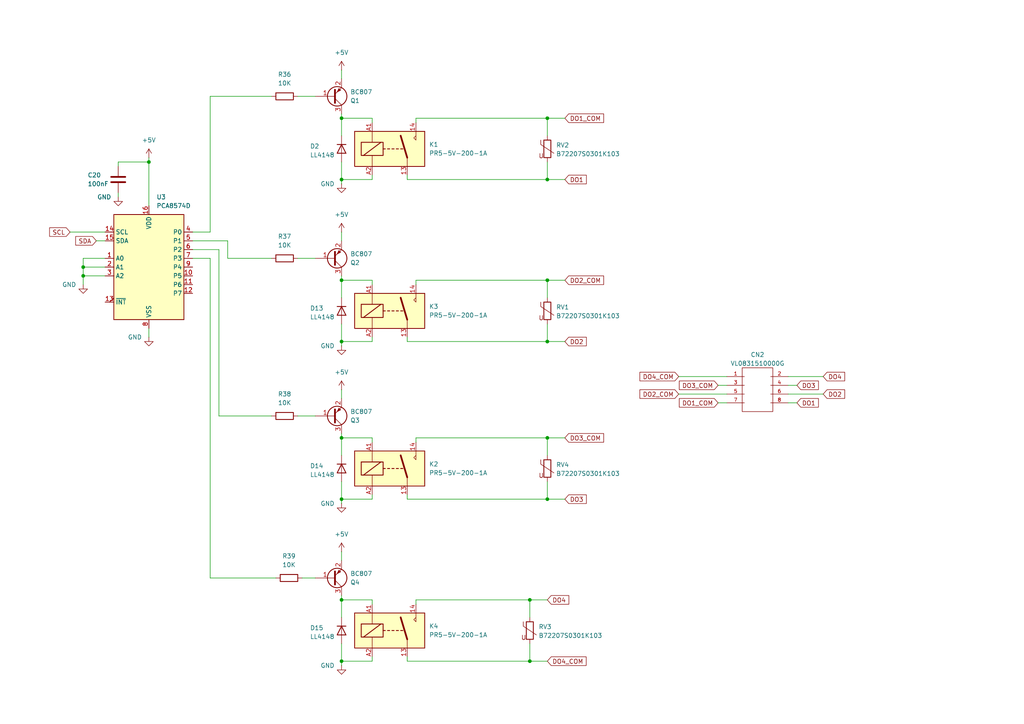
<source format=kicad_sch>
(kicad_sch (version 20231120) (generator "eeschema") (generator_version "8.0")
  (paper "A4")
  (title_block (title "Digital outputs"))
  (lib_symbols
    (symbol "DMUtils:VL0831510000G"
      (property "Reference" "U" (at 0 0 0))
      (property "Value" "VL0831510000G" (at 0 -8.128 0))
      (symbol "VL0831510000G_0_1"
        (rectangle (start -4.445 6.35) (end 4.445 -6.35))
      )
      (symbol "VL0831510000G_1_0"
        (pin passive line (at -8.89 3.81 0) (length 5.08) (name "~") (number "1"))
      )
      (symbol "VL0831510000G_1_1"
        (pin passive line (at 8.89 3.81 180) (length 5.08) (name "~") (number "2"))
        (pin passive line (at -8.89 1.27 0) (length 5.08) (name "~") (number "3"))
        (pin passive line (at 8.89 1.27 180) (length 5.08) (name "~") (number "4"))
        (pin passive line (at -8.89 -1.27 0) (length 5.08) (name "~") (number "5"))
        (pin passive line (at 8.89 -1.27 180) (length 5.08) (name "~") (number "6"))
        (pin passive line (at -8.89 -3.81 0) (length 5.08) (name "~") (number "7"))
        (pin passive line (at 8.89 -3.81 180) (length 5.08) (name "~") (number "8"))
      )
    )
    (symbol "Device:C" (pin_numbers hide) (pin_names (offset 0.254))
      (property "Reference" "C" (at 0.635 2.54 0))
      (property "Value" "C" (at 0.635 -2.54 0))
      (symbol "C_0_1"
        (polyline (pts (xy -2.032 -0.762) (xy 2.032 -0.762)) (stroke (width 0.508)))
        (polyline (pts (xy -2.032 0.762) (xy 2.032 0.762)) (stroke (width 0.508)))
      )
      (symbol "C_1_1"
        (pin passive line (at 0 3.81 270) (length 2.794) (name "~") (number "1"))
        (pin passive line (at 0 -3.81 90) (length 2.794) (name "~") (number "2"))
      )
    )
    (symbol "Device:R" (pin_numbers hide) (pin_names (offset 0))
      (property "Reference" "R" (at 2.032 0 90))
      (property "Value" "R" (at 0 0 90))
      (symbol "R_0_1"
        (rectangle (start -1.016 -2.54) (end 1.016 2.54) (stroke (width 0.254)))
      )
      (symbol "R_1_1"
        (pin passive line (at 0 3.81 270) (length 1.27) (name "~") (number "1"))
        (pin passive line (at 0 -3.81 90) (length 1.27) (name "~") (number "2"))
      )
    )
    (symbol "Device:Varistor" (pin_numbers hide) (pin_names (offset 0))
      (property "Reference" "RV" (at 3.175 0 90))
      (property "Value" "Varistor" (at -3.175 0 90))
      (symbol "Varistor_0_0"
        (text "U" (at -1.778 -2.032 0) (effects (font (size 1.27 1.27))))
      )
      (symbol "Varistor_0_1"
        (rectangle (start -1.016 -2.54) (end 1.016 2.54) (stroke (width 0.254)))
        (polyline (pts (xy -1.905 2.54) (xy -1.905 1.27) (xy 1.905 -1.27)))
      )
      (symbol "Varistor_1_1"
        (pin passive line (at 0 3.81 270) (length 1.27) (name "~") (number "1"))
        (pin passive line (at 0 -3.81 90) (length 1.27) (name "~") (number "2"))
      )
    )
    (symbol "Diode:LL4148" (pin_numbers hide) (pin_names hide)
      (property "Reference" "D" (at 0 2.54 0))
      (property "Value" "LL4148" (at 0 -2.54 0))
      (symbol "LL4148_0_1"
        (polyline (pts (xy -1.27 1.27) (xy -1.27 -1.27)) (stroke (width 0.254)))
        (polyline (pts (xy 1.27 0) (xy -1.27 0)))
        (polyline (pts (xy 1.27 1.27) (xy 1.27 -1.27) (xy -1.27 0) (xy 1.27 1.27)) (stroke (width 0.254)))
      )
      (symbol "LL4148_1_1"
        (pin passive line (at -3.81 0 0) (length 2.54) (name "K") (number "1"))
        (pin passive line (at 3.81 0 180) (length 2.54) (name "A") (number "2"))
      )
    )
    (symbol "Interface_Expansion:PCF8574A"
      (property "Reference" "U" (at -8.89 16.51 0))
      (property "Value" "PCF8574A" (at 2.54 16.51 0))
      (symbol "PCF8574A_0_1"
        (rectangle (start -10.16 15.24) (end 10.16 -15.24) (stroke (width 0.254)) (fill (type background)))
      )
      (symbol "PCF8574A_1_1"
        (pin input line (at -12.7 2.54 0) (length 2.54) (name "A0") (number "1"))
        (pin bidirectional line (at 12.7 -2.54 180) (length 2.54) (name "P5") (number "10"))
        (pin bidirectional line (at 12.7 -5.08 180) (length 2.54) (name "P6") (number "11"))
        (pin bidirectional line (at 12.7 -7.62 180) (length 2.54) (name "P7") (number "12"))
        (pin open_collector output_low (at -12.7 -10.16 0) (length 2.54) (name "~{INT}") (number "13"))
        (pin input line (at -12.7 10.16 0) (length 2.54) (name "SCL") (number "14"))
        (pin bidirectional line (at -12.7 7.62 0) (length 2.54) (name "SDA") (number "15"))
        (pin power_in line (at 0 17.78 270) (length 2.54) (name "VDD") (number "16"))
        (pin input line (at -12.7 0 0) (length 2.54) (name "A1") (number "2"))
        (pin input line (at -12.7 -2.54 0) (length 2.54) (name "A2") (number "3"))
        (pin bidirectional line (at 12.7 10.16 180) (length 2.54) (name "P0") (number "4"))
        (pin bidirectional line (at 12.7 7.62 180) (length 2.54) (name "P1") (number "5"))
        (pin bidirectional line (at 12.7 5.08 180) (length 2.54) (name "P2") (number "6"))
        (pin bidirectional line (at 12.7 2.54 180) (length 2.54) (name "P3") (number "7"))
        (pin power_in line (at 0 -17.78 90) (length 2.54) (name "VSS") (number "8"))
        (pin bidirectional line (at 12.7 0 180) (length 2.54) (name "P4") (number "9"))
      )
    )
    (symbol "Relay:Relay_SPST-NO"
      (property "Reference" "K" (at 11.43 3.81 0))
      (property "Value" "Relay_SPST-NO" (at 11.43 1.27 0))
      (symbol "Relay_SPST-NO_0_0"
        (polyline (pts (xy 7.62 5.08) (xy 7.62 2.54) (xy 6.985 3.175) (xy 7.62 3.81)))
      )
      (symbol "Relay_SPST-NO_0_1"
        (rectangle (start -10.16 5.08) (end 10.16 -5.08) (stroke (width 0.254)) (fill (type background)))
        (rectangle (start -8.255 1.905) (end -1.905 -1.905) (stroke (width 0.254)))
        (polyline (pts (xy -7.62 -1.905) (xy -2.54 1.905)) (stroke (width 0.254)))
        (polyline (pts (xy -5.08 -5.08) (xy -5.08 -1.905)))
        (polyline (pts (xy -5.08 5.08) (xy -5.08 1.905)))
        (polyline (pts (xy -1.905 0) (xy -1.27 0)) (stroke (width 0.254)))
        (polyline (pts (xy -0.635 0) (xy 0 0)) (stroke (width 0.254)))
        (polyline (pts (xy 0.635 0) (xy 1.27 0)) (stroke (width 0.254)))
        (polyline (pts (xy 1.905 0) (xy 2.54 0)) (stroke (width 0.254)))
        (polyline (pts (xy 3.175 0) (xy 3.81 0)) (stroke (width 0.254)))
        (polyline (pts (xy 5.08 -2.54) (xy 3.175 3.81)) (stroke (width 0.508)))
        (polyline (pts (xy 5.08 -2.54) (xy 5.08 -5.08)))
      )
      (symbol "Relay_SPST-NO_1_1"
        (pin passive line (at 5.08 -7.62 90) (length 2.54) (name "~") (number "13"))
        (pin passive line (at 7.62 7.62 270) (length 2.54) (name "~") (number "14"))
        (pin passive line (at -5.08 7.62 270) (length 2.54) (name "~") (number "A1"))
        (pin passive line (at -5.08 -7.62 90) (length 2.54) (name "~") (number "A2"))
      )
    )
    (symbol "Transistor_BJT:BC807" (pin_names (offset 0) hide)
      (property "Reference" "Q" (at 5.08 1.905 0))
      (property "Value" "BC807" (at 5.08 0 0))
      (symbol "BC807_0_1"
        (polyline (pts (xy 0.635 0.635) (xy 2.54 2.54)))
        (polyline (pts (xy 0.635 -0.635) (xy 2.54 -2.54) (xy 2.54 -2.54)))
        (polyline (pts (xy 0.635 1.905) (xy 0.635 -1.905) (xy 0.635 -1.905)) (stroke (width 0.508)))
        (polyline (pts (xy 2.286 -1.778) (xy 1.778 -2.286) (xy 1.27 -1.27) (xy 2.286 -1.778) (xy 2.286 -1.778)) (fill (type outline)))
        (circle (center 1.27 0) (radius 2.8194) (stroke (width 0.254)))
      )
      (symbol "BC807_1_1"
        (pin input line (at -5.08 0 0) (length 5.715) (name "B") (number "1"))
        (pin passive line (at 2.54 -5.08 90) (length 2.54) (name "E") (number "2"))
        (pin passive line (at 2.54 5.08 270) (length 2.54) (name "C") (number "3"))
      )
    )
    (symbol "power:+5V" (power) (pin_numbers hide) (pin_names (offset 0) hide)
      (property "Value" "+5V" (at 0 3.556 0))
      (symbol "+5V_0_1"
        (polyline (pts (xy -0.762 1.27) (xy 0 2.54)))
        (polyline (pts (xy 0 0) (xy 0 2.54)))
        (polyline (pts (xy 0 2.54) (xy 0.762 1.27)))
      )
      (symbol "+5V_1_1"
        (pin power_in line (at 0 0 90) (length 0) (name "~") (number "1"))
      )
    )
    (symbol "power:GND" (power) (pin_numbers hide) (pin_names (offset 0) hide)
      (property "Value" "GND" (at 0 -3.81 0))
      (symbol "GND_0_1"
        (polyline (pts (xy 0 0) (xy 0 -1.27) (xy 1.27 -1.27) (xy 0 -2.54) (xy -1.27 -1.27) (xy 0 -1.27)))
      )
      (symbol "GND_1_1"
        (pin power_in line (at 0 0 270) (length 0) (name "~") (number "1"))
      )
    )
  )
  (junction (at 99.06 127))
  (junction (at 158.75 81.28))
  (junction (at 158.75 144.78))
  (junction (at 24.13 80.01))
  (junction (at 99.06 81.28))
  (junction (at 153.67 191.77))
  (junction (at 99.06 34.29))
  (junction (at 43.18 46.99))
  (junction (at 99.06 144.78))
  (junction (at 24.13 77.47))
  (junction (at 99.06 99.06))
  (junction (at 99.06 191.77))
  (junction (at 153.67 173.99))
  (junction (at 158.75 99.06))
  (junction (at 99.06 52.07))
  (junction (at 99.06 173.99))
  (junction (at 158.75 127))
  (junction (at 158.75 52.07))
  (junction (at 158.75 34.29))
  (wire (pts (xy 99.06 191.77) (xy 99.06 193.04)))
  (wire (pts (xy 66.04 69.85) (xy 66.04 74.93)))
  (wire (pts (xy 107.95 175.26) (xy 107.95 173.99)))
  (wire (pts (xy 43.18 46.99) (xy 43.18 59.69)))
  (wire (pts (xy 30.48 77.47) (xy 24.13 77.47)))
  (wire (pts (xy 99.06 34.29) (xy 99.06 39.37)))
  (wire (pts (xy 60.96 167.64) (xy 80.01 167.64)))
  (wire (pts (xy 238.76 114.3) (xy 228.6 114.3)))
  (wire (pts (xy 99.06 113.03) (xy 99.06 115.57)))
  (wire (pts (xy 99.06 81.28) (xy 99.06 86.36)))
  (wire (pts (xy 118.11 144.78) (xy 158.75 144.78)))
  (wire (pts (xy 158.75 81.28) (xy 158.75 86.36)))
  (wire (pts (xy 60.96 27.94) (xy 78.74 27.94)))
  (wire (pts (xy 120.65 82.55) (xy 120.65 81.28)))
  (wire (pts (xy 107.95 144.78) (xy 99.06 144.78)))
  (wire (pts (xy 118.11 143.51) (xy 118.11 144.78)))
  (wire (pts (xy 34.29 48.26) (xy 34.29 46.99)))
  (wire (pts (xy 99.06 127) (xy 99.06 132.08)))
  (wire (pts (xy 196.85 114.3) (xy 210.82 114.3)))
  (wire (pts (xy 24.13 80.01) (xy 24.13 82.55)))
  (wire (pts (xy 120.65 173.99) (xy 153.67 173.99)))
  (wire (pts (xy 107.95 34.29) (xy 99.06 34.29)))
  (wire (pts (xy 86.36 120.65) (xy 91.44 120.65)))
  (wire (pts (xy 163.83 144.78) (xy 158.75 144.78)))
  (wire (pts (xy 118.11 50.8) (xy 118.11 52.07)))
  (wire (pts (xy 107.95 173.99) (xy 99.06 173.99)))
  (wire (pts (xy 163.83 127) (xy 158.75 127)))
  (wire (pts (xy 158.75 34.29) (xy 158.75 39.37)))
  (wire (pts (xy 60.96 27.94) (xy 60.96 67.31)))
  (wire (pts (xy 99.06 34.29) (xy 99.06 33.02)))
  (wire (pts (xy 120.65 34.29) (xy 158.75 34.29)))
  (wire (pts (xy 55.88 74.93) (xy 60.96 74.93)))
  (wire (pts (xy 107.95 52.07) (xy 107.95 50.8)))
  (wire (pts (xy 63.5 72.39) (xy 63.5 120.65)))
  (wire (pts (xy 107.95 82.55) (xy 107.95 81.28)))
  (wire (pts (xy 238.76 109.22) (xy 228.6 109.22)))
  (wire (pts (xy 86.36 27.94) (xy 91.44 27.94)))
  (wire (pts (xy 153.67 173.99) (xy 153.67 179.07)))
  (wire (pts (xy 63.5 120.65) (xy 78.74 120.65)))
  (wire (pts (xy 163.83 52.07) (xy 158.75 52.07)))
  (wire (pts (xy 120.65 175.26) (xy 120.65 173.99)))
  (wire (pts (xy 55.88 67.31) (xy 60.96 67.31)))
  (wire (pts (xy 120.65 128.27) (xy 120.65 127)))
  (wire (pts (xy 55.88 69.85) (xy 66.04 69.85)))
  (wire (pts (xy 99.06 93.98) (xy 99.06 99.06)))
  (wire (pts (xy 231.14 116.84) (xy 228.6 116.84)))
  (wire (pts (xy 163.83 34.29) (xy 158.75 34.29)))
  (wire (pts (xy 99.06 67.31) (xy 99.06 69.85)))
  (wire (pts (xy 24.13 74.93) (xy 24.13 77.47)))
  (wire (pts (xy 107.95 128.27) (xy 107.95 127)))
  (wire (pts (xy 24.13 77.47) (xy 24.13 80.01)))
  (wire (pts (xy 208.28 116.84) (xy 210.82 116.84)))
  (wire (pts (xy 99.06 173.99) (xy 99.06 179.07)))
  (wire (pts (xy 60.96 74.93) (xy 60.96 167.64)))
  (wire (pts (xy 99.06 81.28) (xy 107.95 81.28)))
  (wire (pts (xy 99.06 186.69) (xy 99.06 191.77)))
  (wire (pts (xy 107.95 143.51) (xy 107.95 144.78)))
  (wire (pts (xy 20.32 67.31) (xy 30.48 67.31)))
  (wire (pts (xy 118.11 190.5) (xy 118.11 191.77)))
  (wire (pts (xy 30.48 74.93) (xy 24.13 74.93)))
  (wire (pts (xy 99.06 46.99) (xy 99.06 52.07)))
  (wire (pts (xy 158.75 46.99) (xy 158.75 52.07)))
  (wire (pts (xy 163.83 81.28) (xy 158.75 81.28)))
  (wire (pts (xy 34.29 46.99) (xy 43.18 46.99)))
  (wire (pts (xy 158.75 93.98) (xy 158.75 99.06)))
  (wire (pts (xy 120.65 81.28) (xy 158.75 81.28)))
  (wire (pts (xy 118.11 52.07) (xy 158.75 52.07)))
  (wire (pts (xy 158.75 191.77) (xy 153.67 191.77)))
  (wire (pts (xy 99.06 125.73) (xy 99.06 127)))
  (wire (pts (xy 30.48 80.01) (xy 24.13 80.01)))
  (wire (pts (xy 153.67 191.77) (xy 153.67 186.69)))
  (wire (pts (xy 120.65 127) (xy 158.75 127)))
  (wire (pts (xy 99.06 52.07) (xy 99.06 53.34)))
  (wire (pts (xy 99.06 99.06) (xy 107.95 99.06)))
  (wire (pts (xy 63.5 72.39) (xy 55.88 72.39)))
  (wire (pts (xy 34.29 57.15) (xy 34.29 55.88)))
  (wire (pts (xy 107.95 190.5) (xy 107.95 191.77)))
  (wire (pts (xy 118.11 99.06) (xy 118.11 97.79)))
  (wire (pts (xy 86.36 74.93) (xy 91.44 74.93)))
  (wire (pts (xy 99.06 80.01) (xy 99.06 81.28)))
  (wire (pts (xy 118.11 99.06) (xy 158.75 99.06)))
  (wire (pts (xy 99.06 20.32) (xy 99.06 22.86)))
  (wire (pts (xy 43.18 45.72) (xy 43.18 46.99)))
  (wire (pts (xy 99.06 139.7) (xy 99.06 144.78)))
  (wire (pts (xy 99.06 99.06) (xy 99.06 100.33)))
  (wire (pts (xy 87.63 167.64) (xy 91.44 167.64)))
  (wire (pts (xy 158.75 127) (xy 158.75 132.08)))
  (wire (pts (xy 163.83 99.06) (xy 158.75 99.06)))
  (wire (pts (xy 107.95 191.77) (xy 99.06 191.77)))
  (wire (pts (xy 99.06 160.02) (xy 99.06 162.56)))
  (wire (pts (xy 158.75 139.7) (xy 158.75 144.78)))
  (wire (pts (xy 99.06 144.78) (xy 99.06 146.05)))
  (wire (pts (xy 107.95 35.56) (xy 107.95 34.29)))
  (wire (pts (xy 231.14 111.76) (xy 228.6 111.76)))
  (wire (pts (xy 118.11 191.77) (xy 153.67 191.77)))
  (wire (pts (xy 27.94 69.85) (xy 30.48 69.85)))
  (wire (pts (xy 196.85 109.22) (xy 210.82 109.22)))
  (wire (pts (xy 120.65 34.29) (xy 120.65 35.56)))
  (wire (pts (xy 107.95 97.79) (xy 107.95 99.06)))
  (wire (pts (xy 107.95 52.07) (xy 99.06 52.07)))
  (wire (pts (xy 66.04 74.93) (xy 78.74 74.93)))
  (wire (pts (xy 43.18 97.79) (xy 43.18 95.25)))
  (wire (pts (xy 153.67 173.99) (xy 158.75 173.99)))
  (wire (pts (xy 99.06 172.72) (xy 99.06 173.99)))
  (wire (pts (xy 208.28 111.76) (xy 210.82 111.76)))
  (wire (pts (xy 107.95 127) (xy 99.06 127)))
  (global_label "DO2_COM" (shape input) (at 196.85 114.3 180) (property "Intersheetrefs" "${INTERSHEET_REFS}" (effects (hide yes))))
  (global_label "DO1_COM" (shape input) (at 208.28 116.84 180) (property "Intersheetrefs" "${INTERSHEET_REFS}" (effects (hide yes))))
  (global_label "DO1" (shape input) (at 231.14 116.84 0) (property "Intersheetrefs" "${INTERSHEET_REFS}" (effects (hide yes))))
  (global_label "DO1" (shape input) (at 163.83 52.07 0) (property "Intersheetrefs" "${INTERSHEET_REFS}" (effects (hide yes))))
  (global_label "DO3_COM" (shape input) (at 163.83 127 0) (property "Intersheetrefs" "${INTERSHEET_REFS}" (effects (hide yes))))
  (global_label "SCL" (shape input) (at 20.32 67.31 180) (property "Intersheetrefs" "${INTERSHEET_REFS}" (effects (hide yes))))
  (global_label "SDA" (shape input) (at 27.94 69.85 180) (property "Intersheetrefs" "${INTERSHEET_REFS}" (effects (hide yes))))
  (global_label "DO3" (shape input) (at 231.14 111.76 0) (property "Intersheetrefs" "${INTERSHEET_REFS}" (effects (hide yes))))
  (global_label "DO1_COM" (shape input) (at 163.83 34.29 0) (property "Intersheetrefs" "${INTERSHEET_REFS}" (effects (hide yes))))
  (global_label "DO2" (shape input) (at 238.76 114.3 0) (property "Intersheetrefs" "${INTERSHEET_REFS}" (effects (hide yes))))
  (global_label "DO2_COM" (shape input) (at 163.83 81.28 0) (property "Intersheetrefs" "${INTERSHEET_REFS}" (effects (hide yes))))
  (global_label "DO4" (shape input) (at 158.75 173.99 0) (property "Intersheetrefs" "${INTERSHEET_REFS}" (effects (hide yes))))
  (global_label "DO4_COM" (shape input) (at 196.85 109.22 180) (property "Intersheetrefs" "${INTERSHEET_REFS}" (effects (hide yes))))
  (global_label "DO4_COM" (shape input) (at 158.75 191.77 0) (property "Intersheetrefs" "${INTERSHEET_REFS}" (effects (hide yes))))
  (global_label "DO2" (shape input) (at 163.83 99.06 0) (property "Intersheetrefs" "${INTERSHEET_REFS}" (effects (hide yes))))
  (global_label "DO3" (shape input) (at 163.83 144.78 0) (property "Intersheetrefs" "${INTERSHEET_REFS}" (effects (hide yes))))
  (global_label "DO4" (shape input) (at 238.76 109.22 0) (property "Intersheetrefs" "${INTERSHEET_REFS}" (effects (hide yes))))
  (global_label "DO3_COM" (shape input) (at 208.28 111.76 180) (property "Intersheetrefs" "${INTERSHEET_REFS}" (effects (hide yes))))
  (symbol (lib_id "Device:R") (at 82.55 27.94 90) (unit 1)
    (property "Reference" "R36" (at 82.55 21.59 90))
    (property "Value" "10K" (at 82.55 24.13 90))
    (property "Footprint" "Resistor_SMD:R_0805_2012Metric" (effects (hide yes)))
    (property "Description" "Resistor" (effects (hide yes)))
  )
  (symbol (lib_id "Interface_Expansion:PCF8574A") (at 43.18 77.47 0) (unit 1)
    (property "Reference" "U3" (at 45.3741 57.15 0) (effects (justify left)))
    (property "Value" "PCA8574D" (at 45.3741 59.69 0) (effects (justify left)))
    (property "Footprint" "Package_SO:SOIC-16W_7.5x10.3mm_P1.27mm" (effects (hide yes)))
    (property "Datasheet" "http://www.nxp.com/docs/en/data-sheet/PCF8574_PCF8574A.pdf" (effects (hide yes)))
    (property "Description" "8 Bit Port/Expander to I2C Bus, DIP/SOIC-16" (effects (hide yes)))
  )
  (symbol (lib_id "Transistor_BJT:BC807") (at 96.52 120.65 0) (mirror x) (unit 1)
    (property "Reference" "Q3" (at 101.6 121.9201 0) (effects (justify left)))
    (property "Value" "BC807" (at 101.6 119.3801 0) (effects (justify left)))
    (property "Footprint" "Package_TO_SOT_SMD:SOT-23" (effects (hide yes)))
    (property "Datasheet" "https://www.onsemi.com/pub/Collateral/BC808-D.pdf" (effects (hide yes)))
    (property "Description" "0.8A Ic, 45V Vce, PNP Transistor, SOT-23" (effects (hide yes)))
  )
  (symbol (lib_id "power:+5V") (at 99.06 160.02 0) (unit 1)
    (property "Reference" "#PWR053" (effects (hide yes)))
    (property "Value" "+5V" (at 99.06 154.94 0))
    (property "Description" "Power symbol creates a global label with name \"+5V\"" (effects (hide yes)))
  )
  (symbol (lib_id "Device:R") (at 82.55 74.93 90) (unit 1)
    (property "Reference" "R37" (at 82.55 68.58 90))
    (property "Value" "10K" (at 82.55 71.12 90))
    (property "Footprint" "Resistor_SMD:R_0805_2012Metric" (effects (hide yes)))
    (property "Description" "Resistor" (effects (hide yes)))
  )
  (symbol (lib_id "Diode:LL4148") (at 99.06 43.18 270) (unit 1)
    (property "Reference" "D2" (at 89.916 42.418 90) (effects (justify left)))
    (property "Value" "LL4148" (at 89.916 44.958 90) (effects (justify left)))
    (property "Footprint" "Diode_SMD:D_MiniMELF" (effects (hide yes)))
    (property "Datasheet" "http://www.vishay.com/docs/85557/ll4148.pdf" (effects (hide yes)))
    (property "Description" "100V 0.15A standard switching diode, MiniMELF" (effects (hide yes)))
    (property "Sim.Device" "D" (effects (hide yes)))
    (property "Sim.Pins" "1=K 2=A" (effects (hide yes)))
  )
  (symbol (lib_id "Relay:Relay_SPST-NO") (at 113.03 135.89 0) (unit 1)
    (property "Reference" "K2" (at 124.46 134.6199 0) (effects (justify left)))
    (property "Value" "PR5-5V-200-1A" (at 124.46 137.1599 0) (effects (justify left)))
    (property "Footprint" "DMUtils:PR5-5V-200-1A" (effects (hide yes)))
    (property "Description" "Relay SPST, normally open, EN50005" (effects (hide yes)))
  )
  (symbol (lib_id "Device:Varistor") (at 158.75 43.18 0) (unit 1)
    (property "Reference" "RV2" (at 161.29 42.1032 0) (effects (justify left)))
    (property "Value" "B72207S0301K103" (at 161.29 44.6432 0) (effects (justify left)))
    (property "Footprint" "Varistor:RV_Disc_D7mm_W4.5mm_P5mm" (effects (hide yes)))
    (property "Description" "Voltage dependent resistor" (effects (hide yes)))
    (property "Sim.Name" "kicad_builtin_varistor" (effects (hide yes)))
    (property "Sim.Device" "SUBCKT" (effects (hide yes)))
    (property "Sim.Pins" "1=A 2=B" (effects (hide yes)))
    (property "Sim.Params" "threshold=1k" (effects (hide yes)))
    (property "Sim.Library" "${KICAD7_SYMBOL_DIR}/Simulation_SPICE.sp" (effects (hide yes)))
  )
  (symbol (lib_id "Device:R") (at 83.82 167.64 90) (unit 1)
    (property "Reference" "R39" (at 83.82 161.29 90))
    (property "Value" "10K" (at 83.82 163.83 90))
    (property "Footprint" "Resistor_SMD:R_0805_2012Metric" (effects (hide yes)))
    (property "Description" "Resistor" (effects (hide yes)))
  )
  (symbol (lib_id "Device:R") (at 82.55 120.65 90) (unit 1)
    (property "Reference" "R38" (at 82.55 114.3 90))
    (property "Value" "10K" (at 82.55 116.84 90))
    (property "Footprint" "Resistor_SMD:R_0805_2012Metric" (effects (hide yes)))
    (property "Description" "Resistor" (effects (hide yes)))
  )
  (symbol (lib_id "power:GND") (at 43.18 97.79 0) (unit 1)
    (property "Reference" "#PWR017" (effects (hide yes)))
    (property "Value" "GND" (at 39.116 97.79 0))
    (property "Description" "Power symbol creates a global label with name \"GND\" , ground" (effects (hide yes)))
  )
  (symbol (lib_id "Relay:Relay_SPST-NO") (at 113.03 90.17 0) (unit 1)
    (property "Reference" "K3" (at 124.46 88.8999 0) (effects (justify left)))
    (property "Value" "PR5-5V-200-1A" (at 124.46 91.4399 0) (effects (justify left)))
    (property "Footprint" "DMUtils:PR5-5V-200-1A" (effects (hide yes)))
    (property "Description" "Relay SPST, normally open, EN50005" (effects (hide yes)))
  )
  (symbol (lib_id "DMUtils:VL0831510000G") (at 219.71 113.03 0) (unit 1)
    (property "Reference" "CN2" (at 219.71 102.87 0))
    (property "Value" "VL0831510000G" (at 219.71 105.41 0))
    (property "Footprint" "DMUtils:VL0831510000G" (effects (hide yes)))
  )
  (symbol (lib_id "power:+5V") (at 99.06 113.03 0) (unit 1)
    (property "Reference" "#PWR041" (effects (hide yes)))
    (property "Value" "+5V" (at 99.06 107.95 0))
    (property "Description" "Power symbol creates a global label with name \"+5V\"" (effects (hide yes)))
  )
  (symbol (lib_id "power:+5V") (at 99.06 67.31 0) (unit 1)
    (property "Reference" "#PWR037" (effects (hide yes)))
    (property "Value" "+5V" (at 99.06 62.23 0))
    (property "Description" "Power symbol creates a global label with name \"+5V\"" (effects (hide yes)))
  )
  (symbol (lib_id "Device:Varistor") (at 158.75 90.17 0) (unit 1)
    (property "Reference" "RV1" (at 161.29 89.0932 0) (effects (justify left)))
    (property "Value" "B72207S0301K103" (at 161.29 91.6332 0) (effects (justify left)))
    (property "Footprint" "Varistor:RV_Disc_D7mm_W4.5mm_P5mm" (effects (hide yes)))
    (property "Description" "Voltage dependent resistor" (effects (hide yes)))
    (property "Sim.Name" "kicad_builtin_varistor" (effects (hide yes)))
    (property "Sim.Device" "SUBCKT" (effects (hide yes)))
    (property "Sim.Pins" "1=A 2=B" (effects (hide yes)))
    (property "Sim.Params" "threshold=1k" (effects (hide yes)))
    (property "Sim.Library" "${KICAD7_SYMBOL_DIR}/Simulation_SPICE.sp" (effects (hide yes)))
  )
  (symbol (lib_id "Diode:LL4148") (at 99.06 90.17 270) (unit 1)
    (property "Reference" "D13" (at 89.916 89.408 90) (effects (justify left)))
    (property "Value" "LL4148" (at 89.916 91.948 90) (effects (justify left)))
    (property "Footprint" "Diode_SMD:D_MiniMELF" (effects (hide yes)))
    (property "Datasheet" "http://www.vishay.com/docs/85557/ll4148.pdf" (effects (hide yes)))
    (property "Description" "100V 0.15A standard switching diode, MiniMELF" (effects (hide yes)))
    (property "Sim.Device" "D" (effects (hide yes)))
    (property "Sim.Pins" "1=K 2=A" (effects (hide yes)))
  )
  (symbol (lib_id "power:GND") (at 99.06 146.05 0) (unit 1)
    (property "Reference" "#PWR044" (effects (hide yes)))
    (property "Value" "GND" (at 94.996 146.05 0))
    (property "Description" "Power symbol creates a global label with name \"GND\" , ground" (effects (hide yes)))
  )
  (symbol (lib_id "Device:Varistor") (at 153.67 182.88 0) (unit 1)
    (property "Reference" "RV3" (at 156.21 181.8032 0) (effects (justify left)))
    (property "Value" "B72207S0301K103" (at 156.21 184.3432 0) (effects (justify left)))
    (property "Footprint" "Varistor:RV_Disc_D7mm_W4.5mm_P5mm" (effects (hide yes)))
    (property "Description" "Voltage dependent resistor" (effects (hide yes)))
    (property "Sim.Name" "kicad_builtin_varistor" (effects (hide yes)))
    (property "Sim.Device" "SUBCKT" (effects (hide yes)))
    (property "Sim.Pins" "1=A 2=B" (effects (hide yes)))
    (property "Sim.Params" "threshold=1k" (effects (hide yes)))
    (property "Sim.Library" "${KICAD7_SYMBOL_DIR}/Simulation_SPICE.sp" (effects (hide yes)))
  )
  (symbol (lib_id "power:GND") (at 34.29 57.15 0) (unit 1)
    (property "Reference" "#PWR02" (effects (hide yes)))
    (property "Value" "GND" (at 30.226 57.15 0))
    (property "Description" "Power symbol creates a global label with name \"GND\" , ground" (effects (hide yes)))
  )
  (symbol (lib_id "power:GND") (at 24.13 82.55 0) (unit 1)
    (property "Reference" "#PWR014" (effects (hide yes)))
    (property "Value" "GND" (at 20.066 82.55 0))
    (property "Description" "Power symbol creates a global label with name \"GND\" , ground" (effects (hide yes)))
  )
  (symbol (lib_id "power:GND") (at 99.06 53.34 0) (unit 1)
    (property "Reference" "#PWR035" (effects (hide yes)))
    (property "Value" "GND" (at 94.996 53.34 0))
    (property "Description" "Power symbol creates a global label with name \"GND\" , ground" (effects (hide yes)))
  )
  (symbol (lib_id "Device:Varistor") (at 158.75 135.89 0) (unit 1)
    (property "Reference" "RV4" (at 161.29 134.8132 0) (effects (justify left)))
    (property "Value" "B72207S0301K103" (at 161.29 137.3532 0) (effects (justify left)))
    (property "Footprint" "Varistor:RV_Disc_D7mm_W4.5mm_P5mm" (effects (hide yes)))
    (property "Description" "Voltage dependent resistor" (effects (hide yes)))
    (property "Sim.Name" "kicad_builtin_varistor" (effects (hide yes)))
    (property "Sim.Device" "SUBCKT" (effects (hide yes)))
    (property "Sim.Pins" "1=A 2=B" (effects (hide yes)))
    (property "Sim.Params" "threshold=1k" (effects (hide yes)))
    (property "Sim.Library" "${KICAD7_SYMBOL_DIR}/Simulation_SPICE.sp" (effects (hide yes)))
  )
  (symbol (lib_id "Transistor_BJT:BC807") (at 96.52 74.93 0) (mirror x) (unit 1)
    (property "Reference" "Q2" (at 101.6 76.2001 0) (effects (justify left)))
    (property "Value" "BC807" (at 101.6 73.6601 0) (effects (justify left)))
    (property "Footprint" "Package_TO_SOT_SMD:SOT-23" (effects (hide yes)))
    (property "Datasheet" "https://www.onsemi.com/pub/Collateral/BC808-D.pdf" (effects (hide yes)))
    (property "Description" "0.8A Ic, 45V Vce, PNP Transistor, SOT-23" (effects (hide yes)))
  )
  (symbol (lib_id "Transistor_BJT:BC807") (at 96.52 167.64 0) (mirror x) (unit 1)
    (property "Reference" "Q4" (at 101.6 168.9101 0) (effects (justify left)))
    (property "Value" "BC807" (at 101.6 166.3701 0) (effects (justify left)))
    (property "Footprint" "Package_TO_SOT_SMD:SOT-23" (effects (hide yes)))
    (property "Datasheet" "https://www.onsemi.com/pub/Collateral/BC808-D.pdf" (effects (hide yes)))
    (property "Description" "0.8A Ic, 45V Vce, PNP Transistor, SOT-23" (effects (hide yes)))
  )
  (symbol (lib_id "Relay:Relay_SPST-NO") (at 113.03 43.18 0) (unit 1)
    (property "Reference" "K1" (at 124.46 41.9099 0) (effects (justify left)))
    (property "Value" "PR5-5V-200-1A" (at 124.46 44.4499 0) (effects (justify left)))
    (property "Footprint" "DMUtils:PR5-5V-200-1A" (effects (hide yes)))
    (property "Description" "Relay SPST, normally open, EN50005" (effects (hide yes)))
  )
  (symbol (lib_id "power:GND") (at 99.06 100.33 0) (unit 1)
    (property "Reference" "#PWR040" (effects (hide yes)))
    (property "Value" "GND" (at 94.996 100.33 0))
    (property "Description" "Power symbol creates a global label with name \"GND\" , ground" (effects (hide yes)))
  )
  (symbol (lib_id "power:GND") (at 99.06 193.04 0) (unit 1)
    (property "Reference" "#PWR057" (effects (hide yes)))
    (property "Value" "GND" (at 94.996 193.04 0))
    (property "Description" "Power symbol creates a global label with name \"GND\" , ground" (effects (hide yes)))
  )
  (symbol (lib_id "Diode:LL4148") (at 99.06 135.89 270) (unit 1)
    (property "Reference" "D14" (at 89.916 135.128 90) (effects (justify left)))
    (property "Value" "LL4148" (at 89.916 137.668 90) (effects (justify left)))
    (property "Footprint" "Diode_SMD:D_MiniMELF" (effects (hide yes)))
    (property "Datasheet" "http://www.vishay.com/docs/85557/ll4148.pdf" (effects (hide yes)))
    (property "Description" "100V 0.15A standard switching diode, MiniMELF" (effects (hide yes)))
    (property "Sim.Device" "D" (effects (hide yes)))
    (property "Sim.Pins" "1=K 2=A" (effects (hide yes)))
  )
  (symbol (lib_id "Device:C") (at 34.29 52.07 0) (unit 1)
    (property "Reference" "C20" (at 25.4 50.8 0) (effects (justify left)))
    (property "Value" "100nF" (at 25.4 53.34 0) (effects (justify left)))
    (property "Footprint" "Capacitor_SMD:C_0805_2012Metric" (effects (hide yes)))
    (property "Description" "Unpolarized capacitor" (effects (hide yes)))
  )
  (symbol (lib_id "Relay:Relay_SPST-NO") (at 113.03 182.88 0) (unit 1)
    (property "Reference" "K4" (at 124.46 181.6099 0) (effects (justify left)))
    (property "Value" "PR5-5V-200-1A" (at 124.46 184.1499 0) (effects (justify left)))
    (property "Footprint" "DMUtils:PR5-5V-200-1A" (effects (hide yes)))
    (property "Description" "Relay SPST, normally open, EN50005" (effects (hide yes)))
  )
  (symbol (lib_id "Transistor_BJT:BC807") (at 96.52 27.94 0) (mirror x) (unit 1)
    (property "Reference" "Q1" (at 101.6 29.2101 0) (effects (justify left)))
    (property "Value" "BC807" (at 101.6 26.6701 0) (effects (justify left)))
    (property "Footprint" "Package_TO_SOT_SMD:SOT-23" (effects (hide yes)))
    (property "Datasheet" "https://www.onsemi.com/pub/Collateral/BC808-D.pdf" (effects (hide yes)))
    (property "Description" "0.8A Ic, 45V Vce, PNP Transistor, SOT-23" (effects (hide yes)))
  )
  (symbol (lib_id "Diode:LL4148") (at 99.06 182.88 270) (unit 1)
    (property "Reference" "D15" (at 89.916 182.118 90) (effects (justify left)))
    (property "Value" "LL4148" (at 89.916 184.658 90) (effects (justify left)))
    (property "Footprint" "Diode_SMD:D_MiniMELF" (effects (hide yes)))
    (property "Datasheet" "http://www.vishay.com/docs/85557/ll4148.pdf" (effects (hide yes)))
    (property "Description" "100V 0.15A standard switching diode, MiniMELF" (effects (hide yes)))
    (property "Sim.Device" "D" (effects (hide yes)))
    (property "Sim.Pins" "1=K 2=A" (effects (hide yes)))
  )
  (symbol (lib_id "power:+5V") (at 99.06 20.32 0) (unit 1)
    (property "Reference" "#PWR034" (effects (hide yes)))
    (property "Value" "+5V" (at 99.06 15.24 0))
    (property "Description" "Power symbol creates a global label with name \"+5V\"" (effects (hide yes)))
  )
  (symbol (lib_id "power:+5V") (at 43.18 45.72 0) (unit 1)
    (property "Reference" "#PWR016" (effects (hide yes)))
    (property "Value" "+5V" (at 43.18 40.64 0))
    (property "Description" "Power symbol creates a global label with name \"+5V\"" (effects (hide yes)))
  )
)
</source>
